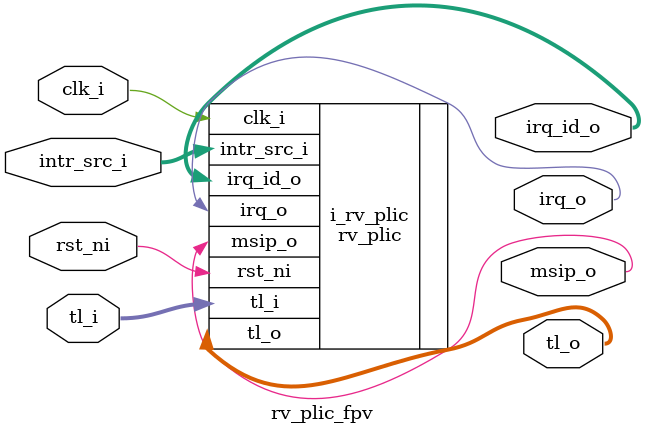
<source format=v>
module rv_plic_fpv (
	clk_i,
	rst_ni,
	tl_i,
	tl_o,
	intr_src_i,
	irq_o,
	irq_id_o,
	msip_o
);
	localparam top_pkg_TL_AW = 32;
	localparam top_pkg_TL_DW = 32;
	localparam top_pkg_TL_AIW = 8;
	localparam top_pkg_TL_DIW = 1;
	localparam top_pkg_TL_DUW = 16;
	localparam top_pkg_TL_DBW = (top_pkg_TL_DW >> 3);
	localparam top_pkg_TL_SZW = $clog2(($clog2((32 >> 3)) + 1));
	localparam signed [31:0] NumSrc = 55;
	localparam signed [31:0] NumTarget = 1;
	parameter RV_PLIC_IP0_OFFSET = 9'h 0;
	parameter RV_PLIC_IP1_OFFSET = 9'h 4;
	parameter RV_PLIC_LE0_OFFSET = 9'h 8;
	parameter RV_PLIC_LE1_OFFSET = 9'h c;
	parameter RV_PLIC_PRIO0_OFFSET = 9'h 10;
	parameter RV_PLIC_PRIO1_OFFSET = 9'h 14;
	parameter RV_PLIC_PRIO2_OFFSET = 9'h 18;
	parameter RV_PLIC_PRIO3_OFFSET = 9'h 1c;
	parameter RV_PLIC_PRIO4_OFFSET = 9'h 20;
	parameter RV_PLIC_PRIO5_OFFSET = 9'h 24;
	parameter RV_PLIC_PRIO6_OFFSET = 9'h 28;
	parameter RV_PLIC_PRIO7_OFFSET = 9'h 2c;
	parameter RV_PLIC_PRIO8_OFFSET = 9'h 30;
	parameter RV_PLIC_PRIO9_OFFSET = 9'h 34;
	parameter RV_PLIC_PRIO10_OFFSET = 9'h 38;
	parameter RV_PLIC_PRIO11_OFFSET = 9'h 3c;
	parameter RV_PLIC_PRIO12_OFFSET = 9'h 40;
	parameter RV_PLIC_PRIO13_OFFSET = 9'h 44;
	parameter RV_PLIC_PRIO14_OFFSET = 9'h 48;
	parameter RV_PLIC_PRIO15_OFFSET = 9'h 4c;
	parameter RV_PLIC_PRIO16_OFFSET = 9'h 50;
	parameter RV_PLIC_PRIO17_OFFSET = 9'h 54;
	parameter RV_PLIC_PRIO18_OFFSET = 9'h 58;
	parameter RV_PLIC_PRIO19_OFFSET = 9'h 5c;
	parameter RV_PLIC_PRIO20_OFFSET = 9'h 60;
	parameter RV_PLIC_PRIO21_OFFSET = 9'h 64;
	parameter RV_PLIC_PRIO22_OFFSET = 9'h 68;
	parameter RV_PLIC_PRIO23_OFFSET = 9'h 6c;
	parameter RV_PLIC_PRIO24_OFFSET = 9'h 70;
	parameter RV_PLIC_PRIO25_OFFSET = 9'h 74;
	parameter RV_PLIC_PRIO26_OFFSET = 9'h 78;
	parameter RV_PLIC_PRIO27_OFFSET = 9'h 7c;
	parameter RV_PLIC_PRIO28_OFFSET = 9'h 80;
	parameter RV_PLIC_PRIO29_OFFSET = 9'h 84;
	parameter RV_PLIC_PRIO30_OFFSET = 9'h 88;
	parameter RV_PLIC_PRIO31_OFFSET = 9'h 8c;
	parameter RV_PLIC_PRIO32_OFFSET = 9'h 90;
	parameter RV_PLIC_PRIO33_OFFSET = 9'h 94;
	parameter RV_PLIC_PRIO34_OFFSET = 9'h 98;
	parameter RV_PLIC_PRIO35_OFFSET = 9'h 9c;
	parameter RV_PLIC_PRIO36_OFFSET = 9'h a0;
	parameter RV_PLIC_PRIO37_OFFSET = 9'h a4;
	parameter RV_PLIC_PRIO38_OFFSET = 9'h a8;
	parameter RV_PLIC_PRIO39_OFFSET = 9'h ac;
	parameter RV_PLIC_PRIO40_OFFSET = 9'h b0;
	parameter RV_PLIC_PRIO41_OFFSET = 9'h b4;
	parameter RV_PLIC_PRIO42_OFFSET = 9'h b8;
	parameter RV_PLIC_PRIO43_OFFSET = 9'h bc;
	parameter RV_PLIC_PRIO44_OFFSET = 9'h c0;
	parameter RV_PLIC_PRIO45_OFFSET = 9'h c4;
	parameter RV_PLIC_PRIO46_OFFSET = 9'h c8;
	parameter RV_PLIC_PRIO47_OFFSET = 9'h cc;
	parameter RV_PLIC_PRIO48_OFFSET = 9'h d0;
	parameter RV_PLIC_PRIO49_OFFSET = 9'h d4;
	parameter RV_PLIC_PRIO50_OFFSET = 9'h d8;
	parameter RV_PLIC_PRIO51_OFFSET = 9'h dc;
	parameter RV_PLIC_PRIO52_OFFSET = 9'h e0;
	parameter RV_PLIC_PRIO53_OFFSET = 9'h e4;
	parameter RV_PLIC_PRIO54_OFFSET = 9'h e8;
	parameter RV_PLIC_IE00_OFFSET = 9'h 100;
	parameter RV_PLIC_IE01_OFFSET = 9'h 104;
	parameter RV_PLIC_THRESHOLD0_OFFSET = 9'h 108;
	parameter RV_PLIC_CC0_OFFSET = 9'h 10c;
	parameter RV_PLIC_MSIP0_OFFSET = 9'h 110;
	localparam [255:0] RV_PLIC_PERMIT = {4'b 1111, 4'b 0111, 4'b 1111, 4'b 0111, 4'b 0001, 4'b 0001, 4'b 0001, 4'b 0001, 4'b 0001, 4'b 0001, 4'b 0001, 4'b 0001, 4'b 0001, 4'b 0001, 4'b 0001, 4'b 0001, 4'b 0001, 4'b 0001, 4'b 0001, 4'b 0001, 4'b 0001, 4'b 0001, 4'b 0001, 4'b 0001, 4'b 0001, 4'b 0001, 4'b 0001, 4'b 0001, 4'b 0001, 4'b 0001, 4'b 0001, 4'b 0001, 4'b 0001, 4'b 0001, 4'b 0001, 4'b 0001, 4'b 0001, 4'b 0001, 4'b 0001, 4'b 0001, 4'b 0001, 4'b 0001, 4'b 0001, 4'b 0001, 4'b 0001, 4'b 0001, 4'b 0001, 4'b 0001, 4'b 0001, 4'b 0001, 4'b 0001, 4'b 0001, 4'b 0001, 4'b 0001, 4'b 0001, 4'b 0001, 4'b 0001, 4'b 0001, 4'b 0001, 4'b 1111, 4'b 0111, 4'b 0001, 4'b 0001, 4'b 0001};
	localparam RV_PLIC_IP0 = 0;
	localparam RV_PLIC_IP1 = 1;
	localparam RV_PLIC_PRIO6 = 10;
	localparam RV_PLIC_PRIO7 = 11;
	localparam RV_PLIC_PRIO8 = 12;
	localparam RV_PLIC_PRIO9 = 13;
	localparam RV_PLIC_PRIO10 = 14;
	localparam RV_PLIC_PRIO11 = 15;
	localparam RV_PLIC_PRIO12 = 16;
	localparam RV_PLIC_PRIO13 = 17;
	localparam RV_PLIC_PRIO14 = 18;
	localparam RV_PLIC_PRIO15 = 19;
	localparam RV_PLIC_LE0 = 2;
	localparam RV_PLIC_PRIO16 = 20;
	localparam RV_PLIC_PRIO17 = 21;
	localparam RV_PLIC_PRIO18 = 22;
	localparam RV_PLIC_PRIO19 = 23;
	localparam RV_PLIC_PRIO20 = 24;
	localparam RV_PLIC_PRIO21 = 25;
	localparam RV_PLIC_PRIO22 = 26;
	localparam RV_PLIC_PRIO23 = 27;
	localparam RV_PLIC_PRIO24 = 28;
	localparam RV_PLIC_PRIO25 = 29;
	localparam RV_PLIC_LE1 = 3;
	localparam RV_PLIC_PRIO26 = 30;
	localparam RV_PLIC_PRIO27 = 31;
	localparam RV_PLIC_PRIO28 = 32;
	localparam RV_PLIC_PRIO29 = 33;
	localparam RV_PLIC_PRIO30 = 34;
	localparam RV_PLIC_PRIO31 = 35;
	localparam RV_PLIC_PRIO32 = 36;
	localparam RV_PLIC_PRIO33 = 37;
	localparam RV_PLIC_PRIO34 = 38;
	localparam RV_PLIC_PRIO35 = 39;
	localparam RV_PLIC_PRIO0 = 4;
	localparam RV_PLIC_PRIO36 = 40;
	localparam RV_PLIC_PRIO37 = 41;
	localparam RV_PLIC_PRIO38 = 42;
	localparam RV_PLIC_PRIO39 = 43;
	localparam RV_PLIC_PRIO40 = 44;
	localparam RV_PLIC_PRIO41 = 45;
	localparam RV_PLIC_PRIO42 = 46;
	localparam RV_PLIC_PRIO43 = 47;
	localparam RV_PLIC_PRIO44 = 48;
	localparam RV_PLIC_PRIO45 = 49;
	localparam RV_PLIC_PRIO1 = 5;
	localparam RV_PLIC_PRIO46 = 50;
	localparam RV_PLIC_PRIO47 = 51;
	localparam RV_PLIC_PRIO48 = 52;
	localparam RV_PLIC_PRIO49 = 53;
	localparam RV_PLIC_PRIO50 = 54;
	localparam RV_PLIC_PRIO51 = 55;
	localparam RV_PLIC_PRIO52 = 56;
	localparam RV_PLIC_PRIO53 = 57;
	localparam RV_PLIC_PRIO54 = 58;
	localparam RV_PLIC_IE00 = 59;
	localparam RV_PLIC_PRIO2 = 6;
	localparam RV_PLIC_IE01 = 60;
	localparam RV_PLIC_THRESHOLD0 = 61;
	localparam RV_PLIC_CC0 = 62;
	localparam RV_PLIC_MSIP0 = 63;
	localparam RV_PLIC_PRIO3 = 7;
	localparam RV_PLIC_PRIO4 = 8;
	localparam RV_PLIC_PRIO5 = 9;
	localparam [31:0] NumInstances = 1;
	input clk_i;
	input rst_ni;
	input wire [(((((((7 + ((($clog2(($clog2((32 >> 3)) + 1)) - 1) >= 0) ? $clog2(($clog2((32 >> 3)) + 1)) : (2 - $clog2(($clog2((32 >> 3)) + 1))))) + 40) + ((((32 >> 3) - 1) >= 0) ? (32 >> 3) : (2 - (32 >> 3)))) + 49) - 1) >= 0) ? ((NumInstances * (((((((7 + ((($clog2(($clog2((32 >> 3)) + 1)) - 1) >= 0) ? $clog2(($clog2((32 >> 3)) + 1)) : (2 - $clog2(($clog2((32 >> 3)) + 1))))) + 40) + ((((32 >> 3) - 1) >= 0) ? (32 >> 3) : (2 - (32 >> 3)))) + 49) - 1) >= 0) ? ((((((7 + (((top_pkg_TL_SZW - 1) >= 0) ? top_pkg_TL_SZW : (2 - top_pkg_TL_SZW))) + top_pkg_TL_AIW) + top_pkg_TL_AW) + (((top_pkg_TL_DBW - 1) >= 0) ? top_pkg_TL_DBW : (2 - top_pkg_TL_DBW))) + top_pkg_TL_DW) + 17) : (2 - ((((((7 + (((top_pkg_TL_SZW - 1) >= 0) ? top_pkg_TL_SZW : (2 - top_pkg_TL_SZW))) + top_pkg_TL_AIW) + top_pkg_TL_AW) + (((top_pkg_TL_DBW - 1) >= 0) ? top_pkg_TL_DBW : (2 - top_pkg_TL_DBW))) + top_pkg_TL_DW) + 17)))) + -1) : ((NumInstances * ((0 >= (((((7 + ((($clog2(($clog2((32 >> 3)) + 1)) - 1) >= 0) ? $clog2(($clog2((32 >> 3)) + 1)) : (2 - $clog2(($clog2((32 >> 3)) + 1))))) + 40) + ((((32 >> 3) - 1) >= 0) ? (32 >> 3) : (2 - (32 >> 3)))) + 49) - 1)) ? (2 - ((((((7 + (((top_pkg_TL_SZW - 1) >= 0) ? top_pkg_TL_SZW : (2 - top_pkg_TL_SZW))) + top_pkg_TL_AIW) + top_pkg_TL_AW) + (((top_pkg_TL_DBW - 1) >= 0) ? top_pkg_TL_DBW : (2 - top_pkg_TL_DBW))) + top_pkg_TL_DW) + 17)) : ((((((7 + (((top_pkg_TL_SZW - 1) >= 0) ? top_pkg_TL_SZW : (2 - top_pkg_TL_SZW))) + top_pkg_TL_AIW) + top_pkg_TL_AW) + (((top_pkg_TL_DBW - 1) >= 0) ? top_pkg_TL_DBW : (2 - top_pkg_TL_DBW))) + top_pkg_TL_DW) + 17))) + ((((((((7 + (((top_pkg_TL_SZW - 1) >= 0) ? top_pkg_TL_SZW : (2 - top_pkg_TL_SZW))) + top_pkg_TL_AIW) + top_pkg_TL_AW) + (((top_pkg_TL_DBW - 1) >= 0) ? top_pkg_TL_DBW : (2 - top_pkg_TL_DBW))) + top_pkg_TL_DW) + 17) - 1) - 1))):(((((((7 + ((($clog2(($clog2((32 >> 3)) + 1)) - 1) >= 0) ? $clog2(($clog2((32 >> 3)) + 1)) : (2 - $clog2(($clog2((32 >> 3)) + 1))))) + 40) + ((((32 >> 3) - 1) >= 0) ? (32 >> 3) : (2 - (32 >> 3)))) + 49) - 1) >= 0) ? 0 : (((((((7 + (((top_pkg_TL_SZW - 1) >= 0) ? top_pkg_TL_SZW : (2 - top_pkg_TL_SZW))) + top_pkg_TL_AIW) + top_pkg_TL_AW) + (((top_pkg_TL_DBW - 1) >= 0) ? top_pkg_TL_DBW : (2 - top_pkg_TL_DBW))) + top_pkg_TL_DW) + 17) - 1))] tl_i;
	output wire [(((((7 + ((($clog2(($clog2((32 >> 3)) + 1)) - 1) >= 0) ? $clog2(($clog2((32 >> 3)) + 1)) : (2 - $clog2(($clog2((32 >> 3)) + 1))))) + 59) - 1) >= 0) ? ((NumInstances * (((((7 + ((($clog2(($clog2((32 >> 3)) + 1)) - 1) >= 0) ? $clog2(($clog2((32 >> 3)) + 1)) : (2 - $clog2(($clog2((32 >> 3)) + 1))))) + 59) - 1) >= 0) ? ((((((7 + (((top_pkg_TL_SZW - 1) >= 0) ? top_pkg_TL_SZW : (2 - top_pkg_TL_SZW))) + top_pkg_TL_AIW) + top_pkg_TL_DIW) + top_pkg_TL_DW) + top_pkg_TL_DUW) + 2) : (2 - ((((((7 + (((top_pkg_TL_SZW - 1) >= 0) ? top_pkg_TL_SZW : (2 - top_pkg_TL_SZW))) + top_pkg_TL_AIW) + top_pkg_TL_DIW) + top_pkg_TL_DW) + top_pkg_TL_DUW) + 2)))) + -1) : ((NumInstances * ((0 >= (((7 + ((($clog2(($clog2((32 >> 3)) + 1)) - 1) >= 0) ? $clog2(($clog2((32 >> 3)) + 1)) : (2 - $clog2(($clog2((32 >> 3)) + 1))))) + 59) - 1)) ? (2 - ((((((7 + (((top_pkg_TL_SZW - 1) >= 0) ? top_pkg_TL_SZW : (2 - top_pkg_TL_SZW))) + top_pkg_TL_AIW) + top_pkg_TL_DIW) + top_pkg_TL_DW) + top_pkg_TL_DUW) + 2)) : ((((((7 + (((top_pkg_TL_SZW - 1) >= 0) ? top_pkg_TL_SZW : (2 - top_pkg_TL_SZW))) + top_pkg_TL_AIW) + top_pkg_TL_DIW) + top_pkg_TL_DW) + top_pkg_TL_DUW) + 2))) + ((((((((7 + (((top_pkg_TL_SZW - 1) >= 0) ? top_pkg_TL_SZW : (2 - top_pkg_TL_SZW))) + top_pkg_TL_AIW) + top_pkg_TL_DIW) + top_pkg_TL_DW) + top_pkg_TL_DUW) + 2) - 1) - 1))):(((((7 + ((($clog2(($clog2((32 >> 3)) + 1)) - 1) >= 0) ? $clog2(($clog2((32 >> 3)) + 1)) : (2 - $clog2(($clog2((32 >> 3)) + 1))))) + 59) - 1) >= 0) ? 0 : (((((((7 + (((top_pkg_TL_SZW - 1) >= 0) ? top_pkg_TL_SZW : (2 - top_pkg_TL_SZW))) + top_pkg_TL_AIW) + top_pkg_TL_DIW) + top_pkg_TL_DW) + top_pkg_TL_DUW) + 2) - 1))] tl_o;
	input [((NumInstances * NumSrc) + -1):0] intr_src_i;
	output [((NumInstances * NumTarget) + -1):0] irq_o;
	output [((((((NumInstances * (2 - NumTarget)) + ((NumTarget - 1) - 1)) - (NumTarget - 1)) + 1) * 6) + (((NumTarget - 1) * 6) - 1)):((NumTarget - 1) * 6)] irq_id_o;
	output wire [((NumInstances * NumTarget) + -1):0] msip_o;
	rv_plic i_rv_plic(
		.clk_i(clk_i),
		.rst_ni(rst_ni),
		.tl_i(tl_i[((((((((7 + ((($clog2(($clog2((32 >> 3)) + 1)) - 1) >= 0) ? $clog2(($clog2((32 >> 3)) + 1)) : (2 - $clog2(($clog2((32 >> 3)) + 1))))) + 40) + ((((32 >> 3) - 1) >= 0) ? (32 >> 3) : (2 - (32 >> 3)))) + 49) - 1) >= 0) ? 0 : (((((((7 + (((top_pkg_TL_SZW - 1) >= 0) ? top_pkg_TL_SZW : (2 - top_pkg_TL_SZW))) + top_pkg_TL_AIW) + top_pkg_TL_AW) + (((top_pkg_TL_DBW - 1) >= 0) ? top_pkg_TL_DBW : (2 - top_pkg_TL_DBW))) + top_pkg_TL_DW) + 17) - 1)) + (0 * (((((((7 + ((($clog2(($clog2((32 >> 3)) + 1)) - 1) >= 0) ? $clog2(($clog2((32 >> 3)) + 1)) : (2 - $clog2(($clog2((32 >> 3)) + 1))))) + 40) + ((((32 >> 3) - 1) >= 0) ? (32 >> 3) : (2 - (32 >> 3)))) + 49) - 1) >= 0) ? ((((((7 + (((top_pkg_TL_SZW - 1) >= 0) ? top_pkg_TL_SZW : (2 - top_pkg_TL_SZW))) + top_pkg_TL_AIW) + top_pkg_TL_AW) + (((top_pkg_TL_DBW - 1) >= 0) ? top_pkg_TL_DBW : (2 - top_pkg_TL_DBW))) + top_pkg_TL_DW) + 17) : (2 - ((((((7 + (((top_pkg_TL_SZW - 1) >= 0) ? top_pkg_TL_SZW : (2 - top_pkg_TL_SZW))) + top_pkg_TL_AIW) + top_pkg_TL_AW) + (((top_pkg_TL_DBW - 1) >= 0) ? top_pkg_TL_DBW : (2 - top_pkg_TL_DBW))) + top_pkg_TL_DW) + 17)))))+:(((((((7 + ((($clog2(($clog2((32 >> 3)) + 1)) - 1) >= 0) ? $clog2(($clog2((32 >> 3)) + 1)) : (2 - $clog2(($clog2((32 >> 3)) + 1))))) + 40) + ((((32 >> 3) - 1) >= 0) ? (32 >> 3) : (2 - (32 >> 3)))) + 49) - 1) >= 0) ? ((((((7 + (((top_pkg_TL_SZW - 1) >= 0) ? top_pkg_TL_SZW : (2 - top_pkg_TL_SZW))) + top_pkg_TL_AIW) + top_pkg_TL_AW) + (((top_pkg_TL_DBW - 1) >= 0) ? top_pkg_TL_DBW : (2 - top_pkg_TL_DBW))) + top_pkg_TL_DW) + 17) : (2 - ((((((7 + (((top_pkg_TL_SZW - 1) >= 0) ? top_pkg_TL_SZW : (2 - top_pkg_TL_SZW))) + top_pkg_TL_AIW) + top_pkg_TL_AW) + (((top_pkg_TL_DBW - 1) >= 0) ? top_pkg_TL_DBW : (2 - top_pkg_TL_DBW))) + top_pkg_TL_DW) + 17)))]),
		.tl_o(tl_o[((((((7 + ((($clog2(($clog2((32 >> 3)) + 1)) - 1) >= 0) ? $clog2(($clog2((32 >> 3)) + 1)) : (2 - $clog2(($clog2((32 >> 3)) + 1))))) + 59) - 1) >= 0) ? 0 : (((((((7 + (((top_pkg_TL_SZW - 1) >= 0) ? top_pkg_TL_SZW : (2 - top_pkg_TL_SZW))) + top_pkg_TL_AIW) + top_pkg_TL_DIW) + top_pkg_TL_DW) + top_pkg_TL_DUW) + 2) - 1)) + (0 * (((((7 + ((($clog2(($clog2((32 >> 3)) + 1)) - 1) >= 0) ? $clog2(($clog2((32 >> 3)) + 1)) : (2 - $clog2(($clog2((32 >> 3)) + 1))))) + 59) - 1) >= 0) ? ((((((7 + (((top_pkg_TL_SZW - 1) >= 0) ? top_pkg_TL_SZW : (2 - top_pkg_TL_SZW))) + top_pkg_TL_AIW) + top_pkg_TL_DIW) + top_pkg_TL_DW) + top_pkg_TL_DUW) + 2) : (2 - ((((((7 + (((top_pkg_TL_SZW - 1) >= 0) ? top_pkg_TL_SZW : (2 - top_pkg_TL_SZW))) + top_pkg_TL_AIW) + top_pkg_TL_DIW) + top_pkg_TL_DW) + top_pkg_TL_DUW) + 2)))))+:(((((7 + ((($clog2(($clog2((32 >> 3)) + 1)) - 1) >= 0) ? $clog2(($clog2((32 >> 3)) + 1)) : (2 - $clog2(($clog2((32 >> 3)) + 1))))) + 59) - 1) >= 0) ? ((((((7 + (((top_pkg_TL_SZW - 1) >= 0) ? top_pkg_TL_SZW : (2 - top_pkg_TL_SZW))) + top_pkg_TL_AIW) + top_pkg_TL_DIW) + top_pkg_TL_DW) + top_pkg_TL_DUW) + 2) : (2 - ((((((7 + (((top_pkg_TL_SZW - 1) >= 0) ? top_pkg_TL_SZW : (2 - top_pkg_TL_SZW))) + top_pkg_TL_AIW) + top_pkg_TL_DIW) + top_pkg_TL_DW) + top_pkg_TL_DUW) + 2)))]),
		.intr_src_i(intr_src_i[(0 + (0 * NumSrc))+:NumSrc]),
		.irq_o(irq_o[(0 + (0 * NumTarget))+:NumTarget]),
		.irq_id_o(irq_id_o[((6 * ((NumTarget - 1) + (0 * (2 - NumTarget)))) + 0)+:(6 * (2 - NumTarget))]),
		.msip_o(msip_o[(0 + (0 * NumTarget))+:NumTarget])
	);
endmodule

</source>
